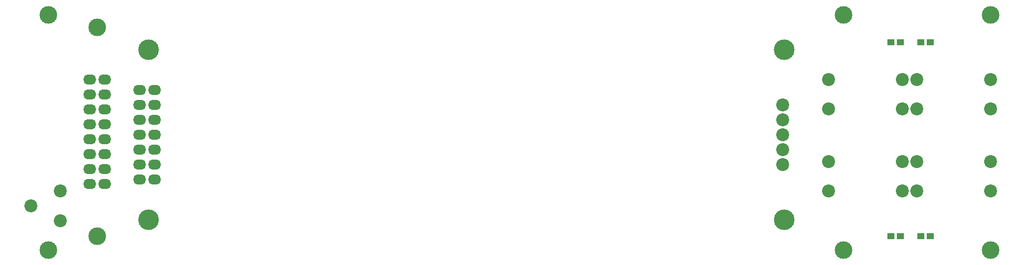
<source format=gts>
G04 DipTrace 3.0.0.2*
G04 FrontPanel(LCD4x20).GTS*
%MOMM*%
G04 #@! TF.FileFunction,Soldermask,Top*
G04 #@! TF.Part,Single*
%ADD23C,3.0*%
%ADD24C,3.5*%
%ADD28C,2.2*%
%ADD30R,1.2X1.0*%
%ADD32C,2.2*%
%ADD34O,2.2X1.7*%
%FSLAX35Y35*%
G04*
G71*
G90*
G75*
G01*
G04 TopMask*
%LPD*%
D34*
X1200000Y-1600000D3*
X1454000D3*
X1200000Y-1854000D3*
X1454000D3*
X1200000Y-2108000D3*
X1454000D3*
X1200000Y-2362000D3*
X1454000D3*
X1200000Y-2616000D3*
X1454000D3*
X1200000Y-2870000D3*
X1454000D3*
X1200000Y-3124000D3*
X1454000D3*
X1200000Y-3378000D3*
X1454000D3*
D23*
X1327000Y-709000D3*
Y-4269000D3*
D34*
X2300000Y-3300000D3*
X2046000D3*
X2300000Y-3046000D3*
X2046000D3*
X2300000Y-2792000D3*
X2046000D3*
X2300000Y-2538000D3*
X2046000D3*
X2300000Y-2284000D3*
X2046000D3*
X2300000Y-2030000D3*
X2046000D3*
X2300000Y-1776000D3*
X2046000D3*
D32*
X12968000Y-3046000D3*
Y-2792000D3*
Y-2538000D3*
Y-2284000D3*
Y-2030000D3*
D24*
X2196000Y-1088000D3*
Y-3988000D3*
X12996000Y-1088000D3*
Y-3988000D3*
D23*
X500000Y-500000D3*
Y-4500000D3*
X16500000Y-500000D3*
Y-4500000D3*
X14000000Y-500000D3*
Y-4500000D3*
D30*
X14968133Y-968000D3*
X14808133D3*
X14968133Y-4270000D3*
X14808133D3*
X15476133Y-968000D3*
X15316133D3*
X15476133Y-4270000D3*
X15316133D3*
D28*
X15000000Y-2100000D3*
X13750000D3*
X15000000Y-1600000D3*
X13750000D3*
X15000000Y-3500000D3*
X13750000D3*
X15000000Y-3000000D3*
X13750000D3*
X16500000Y-2100000D3*
X15250000D3*
X16500000Y-1600000D3*
X15250000D3*
X16500000Y-3500000D3*
X15250000D3*
X16500000Y-3000000D3*
X15250000D3*
X700000Y-4000000D3*
X200000Y-3750000D3*
X700000Y-3500000D3*
M02*

</source>
